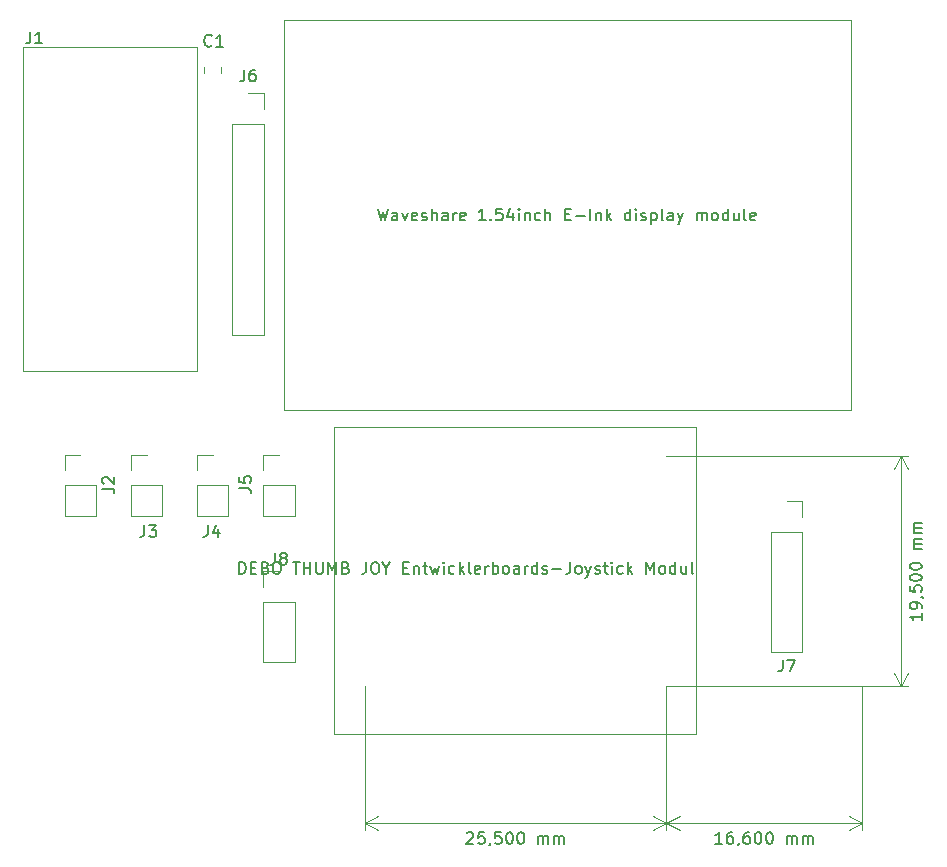
<source format=gto>
G04 #@! TF.GenerationSoftware,KiCad,Pcbnew,(5.1.5)-3*
G04 #@! TF.CreationDate,2020-03-10T17:23:55+01:00*
G04 #@! TF.ProjectId,User_Interface_Board,55736572-5f49-46e7-9465-72666163655f,rev?*
G04 #@! TF.SameCoordinates,Original*
G04 #@! TF.FileFunction,Legend,Top*
G04 #@! TF.FilePolarity,Positive*
%FSLAX46Y46*%
G04 Gerber Fmt 4.6, Leading zero omitted, Abs format (unit mm)*
G04 Created by KiCad (PCBNEW (5.1.5)-3) date 2020-03-10 17:23:55*
%MOMM*%
%LPD*%
G04 APERTURE LIST*
%ADD10C,0.150000*%
%ADD11C,0.120000*%
%ADD12C,0.050000*%
G04 APERTURE END LIST*
D10*
X187128571Y-132722380D02*
X186557142Y-132722380D01*
X186842857Y-132722380D02*
X186842857Y-131722380D01*
X186747619Y-131865238D01*
X186652380Y-131960476D01*
X186557142Y-132008095D01*
X187985714Y-131722380D02*
X187795238Y-131722380D01*
X187700000Y-131770000D01*
X187652380Y-131817619D01*
X187557142Y-131960476D01*
X187509523Y-132150952D01*
X187509523Y-132531904D01*
X187557142Y-132627142D01*
X187604761Y-132674761D01*
X187700000Y-132722380D01*
X187890476Y-132722380D01*
X187985714Y-132674761D01*
X188033333Y-132627142D01*
X188080952Y-132531904D01*
X188080952Y-132293809D01*
X188033333Y-132198571D01*
X187985714Y-132150952D01*
X187890476Y-132103333D01*
X187700000Y-132103333D01*
X187604761Y-132150952D01*
X187557142Y-132198571D01*
X187509523Y-132293809D01*
X188557142Y-132674761D02*
X188557142Y-132722380D01*
X188509523Y-132817619D01*
X188461904Y-132865238D01*
X189414285Y-131722380D02*
X189223809Y-131722380D01*
X189128571Y-131770000D01*
X189080952Y-131817619D01*
X188985714Y-131960476D01*
X188938095Y-132150952D01*
X188938095Y-132531904D01*
X188985714Y-132627142D01*
X189033333Y-132674761D01*
X189128571Y-132722380D01*
X189319047Y-132722380D01*
X189414285Y-132674761D01*
X189461904Y-132627142D01*
X189509523Y-132531904D01*
X189509523Y-132293809D01*
X189461904Y-132198571D01*
X189414285Y-132150952D01*
X189319047Y-132103333D01*
X189128571Y-132103333D01*
X189033333Y-132150952D01*
X188985714Y-132198571D01*
X188938095Y-132293809D01*
X190128571Y-131722380D02*
X190223809Y-131722380D01*
X190319047Y-131770000D01*
X190366666Y-131817619D01*
X190414285Y-131912857D01*
X190461904Y-132103333D01*
X190461904Y-132341428D01*
X190414285Y-132531904D01*
X190366666Y-132627142D01*
X190319047Y-132674761D01*
X190223809Y-132722380D01*
X190128571Y-132722380D01*
X190033333Y-132674761D01*
X189985714Y-132627142D01*
X189938095Y-132531904D01*
X189890476Y-132341428D01*
X189890476Y-132103333D01*
X189938095Y-131912857D01*
X189985714Y-131817619D01*
X190033333Y-131770000D01*
X190128571Y-131722380D01*
X191080952Y-131722380D02*
X191176190Y-131722380D01*
X191271428Y-131770000D01*
X191319047Y-131817619D01*
X191366666Y-131912857D01*
X191414285Y-132103333D01*
X191414285Y-132341428D01*
X191366666Y-132531904D01*
X191319047Y-132627142D01*
X191271428Y-132674761D01*
X191176190Y-132722380D01*
X191080952Y-132722380D01*
X190985714Y-132674761D01*
X190938095Y-132627142D01*
X190890476Y-132531904D01*
X190842857Y-132341428D01*
X190842857Y-132103333D01*
X190890476Y-131912857D01*
X190938095Y-131817619D01*
X190985714Y-131770000D01*
X191080952Y-131722380D01*
X192604761Y-132722380D02*
X192604761Y-132055714D01*
X192604761Y-132150952D02*
X192652380Y-132103333D01*
X192747619Y-132055714D01*
X192890476Y-132055714D01*
X192985714Y-132103333D01*
X193033333Y-132198571D01*
X193033333Y-132722380D01*
X193033333Y-132198571D02*
X193080952Y-132103333D01*
X193176190Y-132055714D01*
X193319047Y-132055714D01*
X193414285Y-132103333D01*
X193461904Y-132198571D01*
X193461904Y-132722380D01*
X193938095Y-132722380D02*
X193938095Y-132055714D01*
X193938095Y-132150952D02*
X193985714Y-132103333D01*
X194080952Y-132055714D01*
X194223809Y-132055714D01*
X194319047Y-132103333D01*
X194366666Y-132198571D01*
X194366666Y-132722380D01*
X194366666Y-132198571D02*
X194414285Y-132103333D01*
X194509523Y-132055714D01*
X194652380Y-132055714D01*
X194747619Y-132103333D01*
X194795238Y-132198571D01*
X194795238Y-132722380D01*
D11*
X182400000Y-131000000D02*
X199000000Y-131000000D01*
X182400000Y-119400000D02*
X182400000Y-131586421D01*
X199000000Y-119400000D02*
X199000000Y-131586421D01*
X199000000Y-131000000D02*
X197873496Y-131586421D01*
X199000000Y-131000000D02*
X197873496Y-130413579D01*
X182400000Y-131000000D02*
X183526504Y-131586421D01*
X182400000Y-131000000D02*
X183526504Y-130413579D01*
D10*
X204022380Y-113221428D02*
X204022380Y-113792857D01*
X204022380Y-113507142D02*
X203022380Y-113507142D01*
X203165238Y-113602380D01*
X203260476Y-113697619D01*
X203308095Y-113792857D01*
X204022380Y-112745238D02*
X204022380Y-112554761D01*
X203974761Y-112459523D01*
X203927142Y-112411904D01*
X203784285Y-112316666D01*
X203593809Y-112269047D01*
X203212857Y-112269047D01*
X203117619Y-112316666D01*
X203070000Y-112364285D01*
X203022380Y-112459523D01*
X203022380Y-112650000D01*
X203070000Y-112745238D01*
X203117619Y-112792857D01*
X203212857Y-112840476D01*
X203450952Y-112840476D01*
X203546190Y-112792857D01*
X203593809Y-112745238D01*
X203641428Y-112650000D01*
X203641428Y-112459523D01*
X203593809Y-112364285D01*
X203546190Y-112316666D01*
X203450952Y-112269047D01*
X203974761Y-111792857D02*
X204022380Y-111792857D01*
X204117619Y-111840476D01*
X204165238Y-111888095D01*
X203022380Y-110888095D02*
X203022380Y-111364285D01*
X203498571Y-111411904D01*
X203450952Y-111364285D01*
X203403333Y-111269047D01*
X203403333Y-111030952D01*
X203450952Y-110935714D01*
X203498571Y-110888095D01*
X203593809Y-110840476D01*
X203831904Y-110840476D01*
X203927142Y-110888095D01*
X203974761Y-110935714D01*
X204022380Y-111030952D01*
X204022380Y-111269047D01*
X203974761Y-111364285D01*
X203927142Y-111411904D01*
X203022380Y-110221428D02*
X203022380Y-110126190D01*
X203070000Y-110030952D01*
X203117619Y-109983333D01*
X203212857Y-109935714D01*
X203403333Y-109888095D01*
X203641428Y-109888095D01*
X203831904Y-109935714D01*
X203927142Y-109983333D01*
X203974761Y-110030952D01*
X204022380Y-110126190D01*
X204022380Y-110221428D01*
X203974761Y-110316666D01*
X203927142Y-110364285D01*
X203831904Y-110411904D01*
X203641428Y-110459523D01*
X203403333Y-110459523D01*
X203212857Y-110411904D01*
X203117619Y-110364285D01*
X203070000Y-110316666D01*
X203022380Y-110221428D01*
X203022380Y-109269047D02*
X203022380Y-109173809D01*
X203070000Y-109078571D01*
X203117619Y-109030952D01*
X203212857Y-108983333D01*
X203403333Y-108935714D01*
X203641428Y-108935714D01*
X203831904Y-108983333D01*
X203927142Y-109030952D01*
X203974761Y-109078571D01*
X204022380Y-109173809D01*
X204022380Y-109269047D01*
X203974761Y-109364285D01*
X203927142Y-109411904D01*
X203831904Y-109459523D01*
X203641428Y-109507142D01*
X203403333Y-109507142D01*
X203212857Y-109459523D01*
X203117619Y-109411904D01*
X203070000Y-109364285D01*
X203022380Y-109269047D01*
X204022380Y-107745238D02*
X203355714Y-107745238D01*
X203450952Y-107745238D02*
X203403333Y-107697619D01*
X203355714Y-107602380D01*
X203355714Y-107459523D01*
X203403333Y-107364285D01*
X203498571Y-107316666D01*
X204022380Y-107316666D01*
X203498571Y-107316666D02*
X203403333Y-107269047D01*
X203355714Y-107173809D01*
X203355714Y-107030952D01*
X203403333Y-106935714D01*
X203498571Y-106888095D01*
X204022380Y-106888095D01*
X204022380Y-106411904D02*
X203355714Y-106411904D01*
X203450952Y-106411904D02*
X203403333Y-106364285D01*
X203355714Y-106269047D01*
X203355714Y-106126190D01*
X203403333Y-106030952D01*
X203498571Y-105983333D01*
X204022380Y-105983333D01*
X203498571Y-105983333D02*
X203403333Y-105935714D01*
X203355714Y-105840476D01*
X203355714Y-105697619D01*
X203403333Y-105602380D01*
X203498571Y-105554761D01*
X204022380Y-105554761D01*
D11*
X202300000Y-119400000D02*
X202300000Y-99900000D01*
X182400000Y-119400000D02*
X202886421Y-119400000D01*
X182400000Y-99900000D02*
X202886421Y-99900000D01*
X202300000Y-99900000D02*
X202886421Y-101026504D01*
X202300000Y-99900000D02*
X201713579Y-101026504D01*
X202300000Y-119400000D02*
X202886421Y-118273496D01*
X202300000Y-119400000D02*
X201713579Y-118273496D01*
D10*
X165507142Y-131817619D02*
X165554761Y-131770000D01*
X165650000Y-131722380D01*
X165888095Y-131722380D01*
X165983333Y-131770000D01*
X166030952Y-131817619D01*
X166078571Y-131912857D01*
X166078571Y-132008095D01*
X166030952Y-132150952D01*
X165459523Y-132722380D01*
X166078571Y-132722380D01*
X166983333Y-131722380D02*
X166507142Y-131722380D01*
X166459523Y-132198571D01*
X166507142Y-132150952D01*
X166602380Y-132103333D01*
X166840476Y-132103333D01*
X166935714Y-132150952D01*
X166983333Y-132198571D01*
X167030952Y-132293809D01*
X167030952Y-132531904D01*
X166983333Y-132627142D01*
X166935714Y-132674761D01*
X166840476Y-132722380D01*
X166602380Y-132722380D01*
X166507142Y-132674761D01*
X166459523Y-132627142D01*
X167507142Y-132674761D02*
X167507142Y-132722380D01*
X167459523Y-132817619D01*
X167411904Y-132865238D01*
X168411904Y-131722380D02*
X167935714Y-131722380D01*
X167888095Y-132198571D01*
X167935714Y-132150952D01*
X168030952Y-132103333D01*
X168269047Y-132103333D01*
X168364285Y-132150952D01*
X168411904Y-132198571D01*
X168459523Y-132293809D01*
X168459523Y-132531904D01*
X168411904Y-132627142D01*
X168364285Y-132674761D01*
X168269047Y-132722380D01*
X168030952Y-132722380D01*
X167935714Y-132674761D01*
X167888095Y-132627142D01*
X169078571Y-131722380D02*
X169173809Y-131722380D01*
X169269047Y-131770000D01*
X169316666Y-131817619D01*
X169364285Y-131912857D01*
X169411904Y-132103333D01*
X169411904Y-132341428D01*
X169364285Y-132531904D01*
X169316666Y-132627142D01*
X169269047Y-132674761D01*
X169173809Y-132722380D01*
X169078571Y-132722380D01*
X168983333Y-132674761D01*
X168935714Y-132627142D01*
X168888095Y-132531904D01*
X168840476Y-132341428D01*
X168840476Y-132103333D01*
X168888095Y-131912857D01*
X168935714Y-131817619D01*
X168983333Y-131770000D01*
X169078571Y-131722380D01*
X170030952Y-131722380D02*
X170126190Y-131722380D01*
X170221428Y-131770000D01*
X170269047Y-131817619D01*
X170316666Y-131912857D01*
X170364285Y-132103333D01*
X170364285Y-132341428D01*
X170316666Y-132531904D01*
X170269047Y-132627142D01*
X170221428Y-132674761D01*
X170126190Y-132722380D01*
X170030952Y-132722380D01*
X169935714Y-132674761D01*
X169888095Y-132627142D01*
X169840476Y-132531904D01*
X169792857Y-132341428D01*
X169792857Y-132103333D01*
X169840476Y-131912857D01*
X169888095Y-131817619D01*
X169935714Y-131770000D01*
X170030952Y-131722380D01*
X171554761Y-132722380D02*
X171554761Y-132055714D01*
X171554761Y-132150952D02*
X171602380Y-132103333D01*
X171697619Y-132055714D01*
X171840476Y-132055714D01*
X171935714Y-132103333D01*
X171983333Y-132198571D01*
X171983333Y-132722380D01*
X171983333Y-132198571D02*
X172030952Y-132103333D01*
X172126190Y-132055714D01*
X172269047Y-132055714D01*
X172364285Y-132103333D01*
X172411904Y-132198571D01*
X172411904Y-132722380D01*
X172888095Y-132722380D02*
X172888095Y-132055714D01*
X172888095Y-132150952D02*
X172935714Y-132103333D01*
X173030952Y-132055714D01*
X173173809Y-132055714D01*
X173269047Y-132103333D01*
X173316666Y-132198571D01*
X173316666Y-132722380D01*
X173316666Y-132198571D02*
X173364285Y-132103333D01*
X173459523Y-132055714D01*
X173602380Y-132055714D01*
X173697619Y-132103333D01*
X173745238Y-132198571D01*
X173745238Y-132722380D01*
D11*
X156900000Y-131000000D02*
X182400000Y-131000000D01*
X156900000Y-119400000D02*
X156900000Y-131586421D01*
X182400000Y-119400000D02*
X182400000Y-131586421D01*
X182400000Y-131000000D02*
X181273496Y-131586421D01*
X182400000Y-131000000D02*
X181273496Y-130413579D01*
X156900000Y-131000000D02*
X158026504Y-131586421D01*
X156900000Y-131000000D02*
X158026504Y-130413579D01*
D12*
X154240000Y-97420000D02*
X154250000Y-123400000D01*
X184920000Y-97410000D02*
X154240000Y-97420000D01*
X184920000Y-123410000D02*
X154250000Y-123400000D01*
X184920000Y-97410000D02*
X184920000Y-123410000D01*
D10*
X146229523Y-109862380D02*
X146229523Y-108862380D01*
X146467619Y-108862380D01*
X146610476Y-108910000D01*
X146705714Y-109005238D01*
X146753333Y-109100476D01*
X146800952Y-109290952D01*
X146800952Y-109433809D01*
X146753333Y-109624285D01*
X146705714Y-109719523D01*
X146610476Y-109814761D01*
X146467619Y-109862380D01*
X146229523Y-109862380D01*
X147229523Y-109338571D02*
X147562857Y-109338571D01*
X147705714Y-109862380D02*
X147229523Y-109862380D01*
X147229523Y-108862380D01*
X147705714Y-108862380D01*
X148467619Y-109338571D02*
X148610476Y-109386190D01*
X148658095Y-109433809D01*
X148705714Y-109529047D01*
X148705714Y-109671904D01*
X148658095Y-109767142D01*
X148610476Y-109814761D01*
X148515238Y-109862380D01*
X148134285Y-109862380D01*
X148134285Y-108862380D01*
X148467619Y-108862380D01*
X148562857Y-108910000D01*
X148610476Y-108957619D01*
X148658095Y-109052857D01*
X148658095Y-109148095D01*
X148610476Y-109243333D01*
X148562857Y-109290952D01*
X148467619Y-109338571D01*
X148134285Y-109338571D01*
X149324761Y-108862380D02*
X149515238Y-108862380D01*
X149610476Y-108910000D01*
X149705714Y-109005238D01*
X149753333Y-109195714D01*
X149753333Y-109529047D01*
X149705714Y-109719523D01*
X149610476Y-109814761D01*
X149515238Y-109862380D01*
X149324761Y-109862380D01*
X149229523Y-109814761D01*
X149134285Y-109719523D01*
X149086666Y-109529047D01*
X149086666Y-109195714D01*
X149134285Y-109005238D01*
X149229523Y-108910000D01*
X149324761Y-108862380D01*
X150800952Y-108862380D02*
X151372380Y-108862380D01*
X151086666Y-109862380D02*
X151086666Y-108862380D01*
X151705714Y-109862380D02*
X151705714Y-108862380D01*
X151705714Y-109338571D02*
X152277142Y-109338571D01*
X152277142Y-109862380D02*
X152277142Y-108862380D01*
X152753333Y-108862380D02*
X152753333Y-109671904D01*
X152800952Y-109767142D01*
X152848571Y-109814761D01*
X152943809Y-109862380D01*
X153134285Y-109862380D01*
X153229523Y-109814761D01*
X153277142Y-109767142D01*
X153324761Y-109671904D01*
X153324761Y-108862380D01*
X153800952Y-109862380D02*
X153800952Y-108862380D01*
X154134285Y-109576666D01*
X154467619Y-108862380D01*
X154467619Y-109862380D01*
X155277142Y-109338571D02*
X155420000Y-109386190D01*
X155467619Y-109433809D01*
X155515238Y-109529047D01*
X155515238Y-109671904D01*
X155467619Y-109767142D01*
X155420000Y-109814761D01*
X155324761Y-109862380D01*
X154943809Y-109862380D01*
X154943809Y-108862380D01*
X155277142Y-108862380D01*
X155372380Y-108910000D01*
X155420000Y-108957619D01*
X155467619Y-109052857D01*
X155467619Y-109148095D01*
X155420000Y-109243333D01*
X155372380Y-109290952D01*
X155277142Y-109338571D01*
X154943809Y-109338571D01*
X156991428Y-108862380D02*
X156991428Y-109576666D01*
X156943809Y-109719523D01*
X156848571Y-109814761D01*
X156705714Y-109862380D01*
X156610476Y-109862380D01*
X157658095Y-108862380D02*
X157848571Y-108862380D01*
X157943809Y-108910000D01*
X158039047Y-109005238D01*
X158086666Y-109195714D01*
X158086666Y-109529047D01*
X158039047Y-109719523D01*
X157943809Y-109814761D01*
X157848571Y-109862380D01*
X157658095Y-109862380D01*
X157562857Y-109814761D01*
X157467619Y-109719523D01*
X157420000Y-109529047D01*
X157420000Y-109195714D01*
X157467619Y-109005238D01*
X157562857Y-108910000D01*
X157658095Y-108862380D01*
X158705714Y-109386190D02*
X158705714Y-109862380D01*
X158372380Y-108862380D02*
X158705714Y-109386190D01*
X159039047Y-108862380D01*
X160134285Y-109338571D02*
X160467619Y-109338571D01*
X160610476Y-109862380D02*
X160134285Y-109862380D01*
X160134285Y-108862380D01*
X160610476Y-108862380D01*
X161039047Y-109195714D02*
X161039047Y-109862380D01*
X161039047Y-109290952D02*
X161086666Y-109243333D01*
X161181904Y-109195714D01*
X161324761Y-109195714D01*
X161420000Y-109243333D01*
X161467619Y-109338571D01*
X161467619Y-109862380D01*
X161800952Y-109195714D02*
X162181904Y-109195714D01*
X161943809Y-108862380D02*
X161943809Y-109719523D01*
X161991428Y-109814761D01*
X162086666Y-109862380D01*
X162181904Y-109862380D01*
X162420000Y-109195714D02*
X162610476Y-109862380D01*
X162800952Y-109386190D01*
X162991428Y-109862380D01*
X163181904Y-109195714D01*
X163562857Y-109862380D02*
X163562857Y-109195714D01*
X163562857Y-108862380D02*
X163515238Y-108910000D01*
X163562857Y-108957619D01*
X163610476Y-108910000D01*
X163562857Y-108862380D01*
X163562857Y-108957619D01*
X164467619Y-109814761D02*
X164372380Y-109862380D01*
X164181904Y-109862380D01*
X164086666Y-109814761D01*
X164039047Y-109767142D01*
X163991428Y-109671904D01*
X163991428Y-109386190D01*
X164039047Y-109290952D01*
X164086666Y-109243333D01*
X164181904Y-109195714D01*
X164372380Y-109195714D01*
X164467619Y-109243333D01*
X164896190Y-109862380D02*
X164896190Y-108862380D01*
X164991428Y-109481428D02*
X165277142Y-109862380D01*
X165277142Y-109195714D02*
X164896190Y-109576666D01*
X165848571Y-109862380D02*
X165753333Y-109814761D01*
X165705714Y-109719523D01*
X165705714Y-108862380D01*
X166610476Y-109814761D02*
X166515238Y-109862380D01*
X166324761Y-109862380D01*
X166229523Y-109814761D01*
X166181904Y-109719523D01*
X166181904Y-109338571D01*
X166229523Y-109243333D01*
X166324761Y-109195714D01*
X166515238Y-109195714D01*
X166610476Y-109243333D01*
X166658095Y-109338571D01*
X166658095Y-109433809D01*
X166181904Y-109529047D01*
X167086666Y-109862380D02*
X167086666Y-109195714D01*
X167086666Y-109386190D02*
X167134285Y-109290952D01*
X167181904Y-109243333D01*
X167277142Y-109195714D01*
X167372380Y-109195714D01*
X167705714Y-109862380D02*
X167705714Y-108862380D01*
X167705714Y-109243333D02*
X167800952Y-109195714D01*
X167991428Y-109195714D01*
X168086666Y-109243333D01*
X168134285Y-109290952D01*
X168181904Y-109386190D01*
X168181904Y-109671904D01*
X168134285Y-109767142D01*
X168086666Y-109814761D01*
X167991428Y-109862380D01*
X167800952Y-109862380D01*
X167705714Y-109814761D01*
X168753333Y-109862380D02*
X168658095Y-109814761D01*
X168610476Y-109767142D01*
X168562857Y-109671904D01*
X168562857Y-109386190D01*
X168610476Y-109290952D01*
X168658095Y-109243333D01*
X168753333Y-109195714D01*
X168896190Y-109195714D01*
X168991428Y-109243333D01*
X169039047Y-109290952D01*
X169086666Y-109386190D01*
X169086666Y-109671904D01*
X169039047Y-109767142D01*
X168991428Y-109814761D01*
X168896190Y-109862380D01*
X168753333Y-109862380D01*
X169943809Y-109862380D02*
X169943809Y-109338571D01*
X169896190Y-109243333D01*
X169800952Y-109195714D01*
X169610476Y-109195714D01*
X169515238Y-109243333D01*
X169943809Y-109814761D02*
X169848571Y-109862380D01*
X169610476Y-109862380D01*
X169515238Y-109814761D01*
X169467619Y-109719523D01*
X169467619Y-109624285D01*
X169515238Y-109529047D01*
X169610476Y-109481428D01*
X169848571Y-109481428D01*
X169943809Y-109433809D01*
X170420000Y-109862380D02*
X170420000Y-109195714D01*
X170420000Y-109386190D02*
X170467619Y-109290952D01*
X170515238Y-109243333D01*
X170610476Y-109195714D01*
X170705714Y-109195714D01*
X171467619Y-109862380D02*
X171467619Y-108862380D01*
X171467619Y-109814761D02*
X171372380Y-109862380D01*
X171181904Y-109862380D01*
X171086666Y-109814761D01*
X171039047Y-109767142D01*
X170991428Y-109671904D01*
X170991428Y-109386190D01*
X171039047Y-109290952D01*
X171086666Y-109243333D01*
X171181904Y-109195714D01*
X171372380Y-109195714D01*
X171467619Y-109243333D01*
X171896190Y-109814761D02*
X171991428Y-109862380D01*
X172181904Y-109862380D01*
X172277142Y-109814761D01*
X172324761Y-109719523D01*
X172324761Y-109671904D01*
X172277142Y-109576666D01*
X172181904Y-109529047D01*
X172039047Y-109529047D01*
X171943809Y-109481428D01*
X171896190Y-109386190D01*
X171896190Y-109338571D01*
X171943809Y-109243333D01*
X172039047Y-109195714D01*
X172181904Y-109195714D01*
X172277142Y-109243333D01*
X172753333Y-109481428D02*
X173515238Y-109481428D01*
X174277142Y-108862380D02*
X174277142Y-109576666D01*
X174229523Y-109719523D01*
X174134285Y-109814761D01*
X173991428Y-109862380D01*
X173896190Y-109862380D01*
X174896190Y-109862380D02*
X174800952Y-109814761D01*
X174753333Y-109767142D01*
X174705714Y-109671904D01*
X174705714Y-109386190D01*
X174753333Y-109290952D01*
X174800952Y-109243333D01*
X174896190Y-109195714D01*
X175039047Y-109195714D01*
X175134285Y-109243333D01*
X175181904Y-109290952D01*
X175229523Y-109386190D01*
X175229523Y-109671904D01*
X175181904Y-109767142D01*
X175134285Y-109814761D01*
X175039047Y-109862380D01*
X174896190Y-109862380D01*
X175562857Y-109195714D02*
X175800952Y-109862380D01*
X176039047Y-109195714D02*
X175800952Y-109862380D01*
X175705714Y-110100476D01*
X175658095Y-110148095D01*
X175562857Y-110195714D01*
X176372380Y-109814761D02*
X176467619Y-109862380D01*
X176658095Y-109862380D01*
X176753333Y-109814761D01*
X176800952Y-109719523D01*
X176800952Y-109671904D01*
X176753333Y-109576666D01*
X176658095Y-109529047D01*
X176515238Y-109529047D01*
X176420000Y-109481428D01*
X176372380Y-109386190D01*
X176372380Y-109338571D01*
X176420000Y-109243333D01*
X176515238Y-109195714D01*
X176658095Y-109195714D01*
X176753333Y-109243333D01*
X177086666Y-109195714D02*
X177467619Y-109195714D01*
X177229523Y-108862380D02*
X177229523Y-109719523D01*
X177277142Y-109814761D01*
X177372380Y-109862380D01*
X177467619Y-109862380D01*
X177800952Y-109862380D02*
X177800952Y-109195714D01*
X177800952Y-108862380D02*
X177753333Y-108910000D01*
X177800952Y-108957619D01*
X177848571Y-108910000D01*
X177800952Y-108862380D01*
X177800952Y-108957619D01*
X178705714Y-109814761D02*
X178610476Y-109862380D01*
X178420000Y-109862380D01*
X178324761Y-109814761D01*
X178277142Y-109767142D01*
X178229523Y-109671904D01*
X178229523Y-109386190D01*
X178277142Y-109290952D01*
X178324761Y-109243333D01*
X178420000Y-109195714D01*
X178610476Y-109195714D01*
X178705714Y-109243333D01*
X179134285Y-109862380D02*
X179134285Y-108862380D01*
X179229523Y-109481428D02*
X179515238Y-109862380D01*
X179515238Y-109195714D02*
X179134285Y-109576666D01*
X180705714Y-109862380D02*
X180705714Y-108862380D01*
X181039047Y-109576666D01*
X181372380Y-108862380D01*
X181372380Y-109862380D01*
X181991428Y-109862380D02*
X181896190Y-109814761D01*
X181848571Y-109767142D01*
X181800952Y-109671904D01*
X181800952Y-109386190D01*
X181848571Y-109290952D01*
X181896190Y-109243333D01*
X181991428Y-109195714D01*
X182134285Y-109195714D01*
X182229523Y-109243333D01*
X182277142Y-109290952D01*
X182324761Y-109386190D01*
X182324761Y-109671904D01*
X182277142Y-109767142D01*
X182229523Y-109814761D01*
X182134285Y-109862380D01*
X181991428Y-109862380D01*
X183181904Y-109862380D02*
X183181904Y-108862380D01*
X183181904Y-109814761D02*
X183086666Y-109862380D01*
X182896190Y-109862380D01*
X182800952Y-109814761D01*
X182753333Y-109767142D01*
X182705714Y-109671904D01*
X182705714Y-109386190D01*
X182753333Y-109290952D01*
X182800952Y-109243333D01*
X182896190Y-109195714D01*
X183086666Y-109195714D01*
X183181904Y-109243333D01*
X184086666Y-109195714D02*
X184086666Y-109862380D01*
X183658095Y-109195714D02*
X183658095Y-109719523D01*
X183705714Y-109814761D01*
X183800952Y-109862380D01*
X183943809Y-109862380D01*
X184039047Y-109814761D01*
X184086666Y-109767142D01*
X184705714Y-109862380D02*
X184610476Y-109814761D01*
X184562857Y-109719523D01*
X184562857Y-108862380D01*
X157976190Y-78952380D02*
X158214285Y-79952380D01*
X158404761Y-79238095D01*
X158595238Y-79952380D01*
X158833333Y-78952380D01*
X159642857Y-79952380D02*
X159642857Y-79428571D01*
X159595238Y-79333333D01*
X159500000Y-79285714D01*
X159309523Y-79285714D01*
X159214285Y-79333333D01*
X159642857Y-79904761D02*
X159547619Y-79952380D01*
X159309523Y-79952380D01*
X159214285Y-79904761D01*
X159166666Y-79809523D01*
X159166666Y-79714285D01*
X159214285Y-79619047D01*
X159309523Y-79571428D01*
X159547619Y-79571428D01*
X159642857Y-79523809D01*
X160023809Y-79285714D02*
X160261904Y-79952380D01*
X160500000Y-79285714D01*
X161261904Y-79904761D02*
X161166666Y-79952380D01*
X160976190Y-79952380D01*
X160880952Y-79904761D01*
X160833333Y-79809523D01*
X160833333Y-79428571D01*
X160880952Y-79333333D01*
X160976190Y-79285714D01*
X161166666Y-79285714D01*
X161261904Y-79333333D01*
X161309523Y-79428571D01*
X161309523Y-79523809D01*
X160833333Y-79619047D01*
X161690476Y-79904761D02*
X161785714Y-79952380D01*
X161976190Y-79952380D01*
X162071428Y-79904761D01*
X162119047Y-79809523D01*
X162119047Y-79761904D01*
X162071428Y-79666666D01*
X161976190Y-79619047D01*
X161833333Y-79619047D01*
X161738095Y-79571428D01*
X161690476Y-79476190D01*
X161690476Y-79428571D01*
X161738095Y-79333333D01*
X161833333Y-79285714D01*
X161976190Y-79285714D01*
X162071428Y-79333333D01*
X162547619Y-79952380D02*
X162547619Y-78952380D01*
X162976190Y-79952380D02*
X162976190Y-79428571D01*
X162928571Y-79333333D01*
X162833333Y-79285714D01*
X162690476Y-79285714D01*
X162595238Y-79333333D01*
X162547619Y-79380952D01*
X163880952Y-79952380D02*
X163880952Y-79428571D01*
X163833333Y-79333333D01*
X163738095Y-79285714D01*
X163547619Y-79285714D01*
X163452380Y-79333333D01*
X163880952Y-79904761D02*
X163785714Y-79952380D01*
X163547619Y-79952380D01*
X163452380Y-79904761D01*
X163404761Y-79809523D01*
X163404761Y-79714285D01*
X163452380Y-79619047D01*
X163547619Y-79571428D01*
X163785714Y-79571428D01*
X163880952Y-79523809D01*
X164357142Y-79952380D02*
X164357142Y-79285714D01*
X164357142Y-79476190D02*
X164404761Y-79380952D01*
X164452380Y-79333333D01*
X164547619Y-79285714D01*
X164642857Y-79285714D01*
X165357142Y-79904761D02*
X165261904Y-79952380D01*
X165071428Y-79952380D01*
X164976190Y-79904761D01*
X164928571Y-79809523D01*
X164928571Y-79428571D01*
X164976190Y-79333333D01*
X165071428Y-79285714D01*
X165261904Y-79285714D01*
X165357142Y-79333333D01*
X165404761Y-79428571D01*
X165404761Y-79523809D01*
X164928571Y-79619047D01*
X167119047Y-79952380D02*
X166547619Y-79952380D01*
X166833333Y-79952380D02*
X166833333Y-78952380D01*
X166738095Y-79095238D01*
X166642857Y-79190476D01*
X166547619Y-79238095D01*
X167547619Y-79857142D02*
X167595238Y-79904761D01*
X167547619Y-79952380D01*
X167500000Y-79904761D01*
X167547619Y-79857142D01*
X167547619Y-79952380D01*
X168500000Y-78952380D02*
X168023809Y-78952380D01*
X167976190Y-79428571D01*
X168023809Y-79380952D01*
X168119047Y-79333333D01*
X168357142Y-79333333D01*
X168452380Y-79380952D01*
X168500000Y-79428571D01*
X168547619Y-79523809D01*
X168547619Y-79761904D01*
X168500000Y-79857142D01*
X168452380Y-79904761D01*
X168357142Y-79952380D01*
X168119047Y-79952380D01*
X168023809Y-79904761D01*
X167976190Y-79857142D01*
X169404761Y-79285714D02*
X169404761Y-79952380D01*
X169166666Y-78904761D02*
X168928571Y-79619047D01*
X169547619Y-79619047D01*
X169928571Y-79952380D02*
X169928571Y-79285714D01*
X169928571Y-78952380D02*
X169880952Y-79000000D01*
X169928571Y-79047619D01*
X169976190Y-79000000D01*
X169928571Y-78952380D01*
X169928571Y-79047619D01*
X170404761Y-79285714D02*
X170404761Y-79952380D01*
X170404761Y-79380952D02*
X170452380Y-79333333D01*
X170547619Y-79285714D01*
X170690476Y-79285714D01*
X170785714Y-79333333D01*
X170833333Y-79428571D01*
X170833333Y-79952380D01*
X171738095Y-79904761D02*
X171642857Y-79952380D01*
X171452380Y-79952380D01*
X171357142Y-79904761D01*
X171309523Y-79857142D01*
X171261904Y-79761904D01*
X171261904Y-79476190D01*
X171309523Y-79380952D01*
X171357142Y-79333333D01*
X171452380Y-79285714D01*
X171642857Y-79285714D01*
X171738095Y-79333333D01*
X172166666Y-79952380D02*
X172166666Y-78952380D01*
X172595238Y-79952380D02*
X172595238Y-79428571D01*
X172547619Y-79333333D01*
X172452380Y-79285714D01*
X172309523Y-79285714D01*
X172214285Y-79333333D01*
X172166666Y-79380952D01*
X173833333Y-79428571D02*
X174166666Y-79428571D01*
X174309523Y-79952380D02*
X173833333Y-79952380D01*
X173833333Y-78952380D01*
X174309523Y-78952380D01*
X174738095Y-79571428D02*
X175500000Y-79571428D01*
X175976190Y-79952380D02*
X175976190Y-78952380D01*
X176452380Y-79285714D02*
X176452380Y-79952380D01*
X176452380Y-79380952D02*
X176500000Y-79333333D01*
X176595238Y-79285714D01*
X176738095Y-79285714D01*
X176833333Y-79333333D01*
X176880952Y-79428571D01*
X176880952Y-79952380D01*
X177357142Y-79952380D02*
X177357142Y-78952380D01*
X177452380Y-79571428D02*
X177738095Y-79952380D01*
X177738095Y-79285714D02*
X177357142Y-79666666D01*
X179357142Y-79952380D02*
X179357142Y-78952380D01*
X179357142Y-79904761D02*
X179261904Y-79952380D01*
X179071428Y-79952380D01*
X178976190Y-79904761D01*
X178928571Y-79857142D01*
X178880952Y-79761904D01*
X178880952Y-79476190D01*
X178928571Y-79380952D01*
X178976190Y-79333333D01*
X179071428Y-79285714D01*
X179261904Y-79285714D01*
X179357142Y-79333333D01*
X179833333Y-79952380D02*
X179833333Y-79285714D01*
X179833333Y-78952380D02*
X179785714Y-79000000D01*
X179833333Y-79047619D01*
X179880952Y-79000000D01*
X179833333Y-78952380D01*
X179833333Y-79047619D01*
X180261904Y-79904761D02*
X180357142Y-79952380D01*
X180547619Y-79952380D01*
X180642857Y-79904761D01*
X180690476Y-79809523D01*
X180690476Y-79761904D01*
X180642857Y-79666666D01*
X180547619Y-79619047D01*
X180404761Y-79619047D01*
X180309523Y-79571428D01*
X180261904Y-79476190D01*
X180261904Y-79428571D01*
X180309523Y-79333333D01*
X180404761Y-79285714D01*
X180547619Y-79285714D01*
X180642857Y-79333333D01*
X181119047Y-79285714D02*
X181119047Y-80285714D01*
X181119047Y-79333333D02*
X181214285Y-79285714D01*
X181404761Y-79285714D01*
X181500000Y-79333333D01*
X181547619Y-79380952D01*
X181595238Y-79476190D01*
X181595238Y-79761904D01*
X181547619Y-79857142D01*
X181500000Y-79904761D01*
X181404761Y-79952380D01*
X181214285Y-79952380D01*
X181119047Y-79904761D01*
X182166666Y-79952380D02*
X182071428Y-79904761D01*
X182023809Y-79809523D01*
X182023809Y-78952380D01*
X182976190Y-79952380D02*
X182976190Y-79428571D01*
X182928571Y-79333333D01*
X182833333Y-79285714D01*
X182642857Y-79285714D01*
X182547619Y-79333333D01*
X182976190Y-79904761D02*
X182880952Y-79952380D01*
X182642857Y-79952380D01*
X182547619Y-79904761D01*
X182500000Y-79809523D01*
X182500000Y-79714285D01*
X182547619Y-79619047D01*
X182642857Y-79571428D01*
X182880952Y-79571428D01*
X182976190Y-79523809D01*
X183357142Y-79285714D02*
X183595238Y-79952380D01*
X183833333Y-79285714D02*
X183595238Y-79952380D01*
X183500000Y-80190476D01*
X183452380Y-80238095D01*
X183357142Y-80285714D01*
X184976190Y-79952380D02*
X184976190Y-79285714D01*
X184976190Y-79380952D02*
X185023809Y-79333333D01*
X185119047Y-79285714D01*
X185261904Y-79285714D01*
X185357142Y-79333333D01*
X185404761Y-79428571D01*
X185404761Y-79952380D01*
X185404761Y-79428571D02*
X185452380Y-79333333D01*
X185547619Y-79285714D01*
X185690476Y-79285714D01*
X185785714Y-79333333D01*
X185833333Y-79428571D01*
X185833333Y-79952380D01*
X186452380Y-79952380D02*
X186357142Y-79904761D01*
X186309523Y-79857142D01*
X186261904Y-79761904D01*
X186261904Y-79476190D01*
X186309523Y-79380952D01*
X186357142Y-79333333D01*
X186452380Y-79285714D01*
X186595238Y-79285714D01*
X186690476Y-79333333D01*
X186738095Y-79380952D01*
X186785714Y-79476190D01*
X186785714Y-79761904D01*
X186738095Y-79857142D01*
X186690476Y-79904761D01*
X186595238Y-79952380D01*
X186452380Y-79952380D01*
X187642857Y-79952380D02*
X187642857Y-78952380D01*
X187642857Y-79904761D02*
X187547619Y-79952380D01*
X187357142Y-79952380D01*
X187261904Y-79904761D01*
X187214285Y-79857142D01*
X187166666Y-79761904D01*
X187166666Y-79476190D01*
X187214285Y-79380952D01*
X187261904Y-79333333D01*
X187357142Y-79285714D01*
X187547619Y-79285714D01*
X187642857Y-79333333D01*
X188547619Y-79285714D02*
X188547619Y-79952380D01*
X188119047Y-79285714D02*
X188119047Y-79809523D01*
X188166666Y-79904761D01*
X188261904Y-79952380D01*
X188404761Y-79952380D01*
X188500000Y-79904761D01*
X188547619Y-79857142D01*
X189166666Y-79952380D02*
X189071428Y-79904761D01*
X189023809Y-79809523D01*
X189023809Y-78952380D01*
X189928571Y-79904761D02*
X189833333Y-79952380D01*
X189642857Y-79952380D01*
X189547619Y-79904761D01*
X189500000Y-79809523D01*
X189500000Y-79428571D01*
X189547619Y-79333333D01*
X189642857Y-79285714D01*
X189833333Y-79285714D01*
X189928571Y-79333333D01*
X189976190Y-79428571D01*
X189976190Y-79523809D01*
X189500000Y-79619047D01*
D12*
X198000000Y-63000000D02*
X150000000Y-63000000D01*
X198000000Y-96000000D02*
X198000000Y-63000000D01*
X150000000Y-96000000D02*
X198000000Y-96000000D01*
X150000000Y-63000000D02*
X150000000Y-96000000D01*
D11*
X144710000Y-67486252D02*
X144710000Y-66963748D01*
X143290000Y-67486252D02*
X143290000Y-66963748D01*
X138900000Y-65300000D02*
X128740000Y-65300000D01*
X128740000Y-65300000D02*
X127960000Y-65300000D01*
X142710000Y-70110000D02*
X142710000Y-65300000D01*
X138900000Y-92700000D02*
X128740000Y-92700000D01*
X128740000Y-92700000D02*
X127960000Y-92700000D01*
X142710000Y-92700000D02*
X142710000Y-87890000D01*
X127960000Y-92700000D02*
X127960000Y-65300000D01*
X142710000Y-70110000D02*
X142710000Y-87890000D01*
X138900000Y-92700000D02*
X142710000Y-92700000D01*
X142710000Y-65300000D02*
X138900000Y-65300000D01*
X131470000Y-104970000D02*
X134130000Y-104970000D01*
X131470000Y-102370000D02*
X131470000Y-104970000D01*
X134130000Y-102370000D02*
X134130000Y-104970000D01*
X131470000Y-102370000D02*
X134130000Y-102370000D01*
X131470000Y-101100000D02*
X131470000Y-99770000D01*
X131470000Y-99770000D02*
X132800000Y-99770000D01*
X148270000Y-109630000D02*
X149600000Y-109630000D01*
X148270000Y-110960000D02*
X148270000Y-109630000D01*
X148270000Y-112230000D02*
X150930000Y-112230000D01*
X150930000Y-112230000D02*
X150930000Y-117370000D01*
X148270000Y-112230000D02*
X148270000Y-117370000D01*
X148270000Y-117370000D02*
X150930000Y-117370000D01*
X147000000Y-69170000D02*
X148330000Y-69170000D01*
X148330000Y-69170000D02*
X148330000Y-70500000D01*
X148330000Y-71770000D02*
X148330000Y-89610000D01*
X145670000Y-89610000D02*
X148330000Y-89610000D01*
X145670000Y-71770000D02*
X145670000Y-89610000D01*
X145670000Y-71770000D02*
X148330000Y-71770000D01*
X192600000Y-103690000D02*
X193930000Y-103690000D01*
X193930000Y-103690000D02*
X193930000Y-105020000D01*
X193930000Y-106290000D02*
X193930000Y-116510000D01*
X191270000Y-116510000D02*
X193930000Y-116510000D01*
X191270000Y-106290000D02*
X191270000Y-116510000D01*
X191270000Y-106290000D02*
X193930000Y-106290000D01*
X137070000Y-99770000D02*
X138400000Y-99770000D01*
X137070000Y-101100000D02*
X137070000Y-99770000D01*
X137070000Y-102370000D02*
X139730000Y-102370000D01*
X139730000Y-102370000D02*
X139730000Y-104970000D01*
X137070000Y-102370000D02*
X137070000Y-104970000D01*
X137070000Y-104970000D02*
X139730000Y-104970000D01*
X142670000Y-104970000D02*
X145330000Y-104970000D01*
X142670000Y-102370000D02*
X142670000Y-104970000D01*
X145330000Y-102370000D02*
X145330000Y-104970000D01*
X142670000Y-102370000D02*
X145330000Y-102370000D01*
X142670000Y-101100000D02*
X142670000Y-99770000D01*
X142670000Y-99770000D02*
X144000000Y-99770000D01*
X148270000Y-99770000D02*
X149600000Y-99770000D01*
X148270000Y-101100000D02*
X148270000Y-99770000D01*
X148270000Y-102370000D02*
X150930000Y-102370000D01*
X150930000Y-102370000D02*
X150930000Y-104970000D01*
X148270000Y-102370000D02*
X148270000Y-104970000D01*
X148270000Y-104970000D02*
X150930000Y-104970000D01*
D10*
X143912933Y-65129642D02*
X143865314Y-65177261D01*
X143722457Y-65224880D01*
X143627219Y-65224880D01*
X143484361Y-65177261D01*
X143389123Y-65082023D01*
X143341504Y-64986785D01*
X143293885Y-64796309D01*
X143293885Y-64653452D01*
X143341504Y-64462976D01*
X143389123Y-64367738D01*
X143484361Y-64272500D01*
X143627219Y-64224880D01*
X143722457Y-64224880D01*
X143865314Y-64272500D01*
X143912933Y-64320119D01*
X144865314Y-65224880D02*
X144293885Y-65224880D01*
X144579600Y-65224880D02*
X144579600Y-64224880D01*
X144484361Y-64367738D01*
X144389123Y-64462976D01*
X144293885Y-64510595D01*
X128566666Y-63952380D02*
X128566666Y-64666666D01*
X128519047Y-64809523D01*
X128423809Y-64904761D01*
X128280952Y-64952380D01*
X128185714Y-64952380D01*
X129566666Y-64952380D02*
X128995238Y-64952380D01*
X129280952Y-64952380D02*
X129280952Y-63952380D01*
X129185714Y-64095238D01*
X129090476Y-64190476D01*
X128995238Y-64238095D01*
X134663080Y-102655433D02*
X135377366Y-102655433D01*
X135520223Y-102703052D01*
X135615461Y-102798290D01*
X135663080Y-102941147D01*
X135663080Y-103036385D01*
X134758319Y-102226861D02*
X134710700Y-102179242D01*
X134663080Y-102084004D01*
X134663080Y-101845909D01*
X134710700Y-101750671D01*
X134758319Y-101703052D01*
X134853557Y-101655433D01*
X134948795Y-101655433D01*
X135091652Y-101703052D01*
X135663080Y-102274480D01*
X135663080Y-101655433D01*
X149266666Y-108082380D02*
X149266666Y-108796666D01*
X149219047Y-108939523D01*
X149123809Y-109034761D01*
X148980952Y-109082380D01*
X148885714Y-109082380D01*
X149885714Y-108510952D02*
X149790476Y-108463333D01*
X149742857Y-108415714D01*
X149695238Y-108320476D01*
X149695238Y-108272857D01*
X149742857Y-108177619D01*
X149790476Y-108130000D01*
X149885714Y-108082380D01*
X150076190Y-108082380D01*
X150171428Y-108130000D01*
X150219047Y-108177619D01*
X150266666Y-108272857D01*
X150266666Y-108320476D01*
X150219047Y-108415714D01*
X150171428Y-108463333D01*
X150076190Y-108510952D01*
X149885714Y-108510952D01*
X149790476Y-108558571D01*
X149742857Y-108606190D01*
X149695238Y-108701428D01*
X149695238Y-108891904D01*
X149742857Y-108987142D01*
X149790476Y-109034761D01*
X149885714Y-109082380D01*
X150076190Y-109082380D01*
X150171428Y-109034761D01*
X150219047Y-108987142D01*
X150266666Y-108891904D01*
X150266666Y-108701428D01*
X150219047Y-108606190D01*
X150171428Y-108558571D01*
X150076190Y-108510952D01*
X146666666Y-67182380D02*
X146666666Y-67896666D01*
X146619047Y-68039523D01*
X146523809Y-68134761D01*
X146380952Y-68182380D01*
X146285714Y-68182380D01*
X147571428Y-67182380D02*
X147380952Y-67182380D01*
X147285714Y-67230000D01*
X147238095Y-67277619D01*
X147142857Y-67420476D01*
X147095238Y-67610952D01*
X147095238Y-67991904D01*
X147142857Y-68087142D01*
X147190476Y-68134761D01*
X147285714Y-68182380D01*
X147476190Y-68182380D01*
X147571428Y-68134761D01*
X147619047Y-68087142D01*
X147666666Y-67991904D01*
X147666666Y-67753809D01*
X147619047Y-67658571D01*
X147571428Y-67610952D01*
X147476190Y-67563333D01*
X147285714Y-67563333D01*
X147190476Y-67610952D01*
X147142857Y-67658571D01*
X147095238Y-67753809D01*
X192266666Y-117132380D02*
X192266666Y-117846666D01*
X192219047Y-117989523D01*
X192123809Y-118084761D01*
X191980952Y-118132380D01*
X191885714Y-118132380D01*
X192647619Y-117132380D02*
X193314285Y-117132380D01*
X192885714Y-118132380D01*
X138223866Y-105749080D02*
X138223866Y-106463366D01*
X138176247Y-106606223D01*
X138081009Y-106701461D01*
X137938152Y-106749080D01*
X137842914Y-106749080D01*
X138604819Y-105749080D02*
X139223866Y-105749080D01*
X138890533Y-106130033D01*
X139033390Y-106130033D01*
X139128628Y-106177652D01*
X139176247Y-106225271D01*
X139223866Y-106320509D01*
X139223866Y-106558604D01*
X139176247Y-106653842D01*
X139128628Y-106701461D01*
X139033390Y-106749080D01*
X138747676Y-106749080D01*
X138652438Y-106701461D01*
X138604819Y-106653842D01*
X143583066Y-105749080D02*
X143583066Y-106463366D01*
X143535447Y-106606223D01*
X143440209Y-106701461D01*
X143297352Y-106749080D01*
X143202114Y-106749080D01*
X144487828Y-106082414D02*
X144487828Y-106749080D01*
X144249733Y-105701461D02*
X144011638Y-106415747D01*
X144630685Y-106415747D01*
X146240680Y-102604633D02*
X146954966Y-102604633D01*
X147097823Y-102652252D01*
X147193061Y-102747490D01*
X147240680Y-102890347D01*
X147240680Y-102985585D01*
X146240680Y-101652252D02*
X146240680Y-102128442D01*
X146716871Y-102176061D01*
X146669252Y-102128442D01*
X146621633Y-102033204D01*
X146621633Y-101795109D01*
X146669252Y-101699871D01*
X146716871Y-101652252D01*
X146812109Y-101604633D01*
X147050204Y-101604633D01*
X147145442Y-101652252D01*
X147193061Y-101699871D01*
X147240680Y-101795109D01*
X147240680Y-102033204D01*
X147193061Y-102128442D01*
X147145442Y-102176061D01*
M02*

</source>
